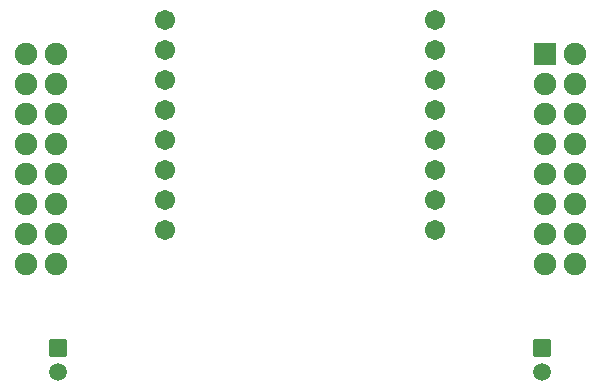
<source format=gbs>
G04 Layer: BottomSolderMaskLayer*
G04 EasyEDA v6.5.22, 2023-02-12 11:26:09*
G04 89482fe2ee7e448c8a158914ca70a71c,57889503967a4714bf52c07adae62c9a,10*
G04 Gerber Generator version 0.2*
G04 Scale: 100 percent, Rotated: No, Reflected: No *
G04 Dimensions in millimeters *
G04 leading zeros omitted , absolute positions ,4 integer and 5 decimal *
%FSLAX45Y45*%
%MOMM*%

%AMMACRO1*1,1,$1,$2,$3*1,1,$1,$4,$5*1,1,$1,0-$2,0-$3*1,1,$1,0-$4,0-$5*20,1,$1,$2,$3,$4,$5,0*20,1,$1,$4,$5,0-$2,0-$3,0*20,1,$1,0-$2,0-$3,0-$4,0-$5,0*20,1,$1,0-$4,0-$5,$2,$3,0*4,1,4,$2,$3,$4,$5,0-$2,0-$3,0-$4,0-$5,$2,$3,0*%
%ADD10MACRO1,0.1016X0.9X0.9X0.9X-0.9*%
%ADD11C,1.9016*%
%ADD12MACRO1,0.1016X0.7X0.7X0.7X-0.7*%
%ADD13C,1.5016*%
%ADD14C,1.7112*%

%LPD*%
D10*
G01*
X5472988Y7289383D03*
D11*
G01*
X5726988Y7289383D03*
G01*
X5472988Y7035383D03*
G01*
X5726988Y7035383D03*
G01*
X5472988Y6781383D03*
G01*
X5726988Y6781383D03*
G01*
X5472988Y6527383D03*
G01*
X5726988Y6527383D03*
G01*
X5472988Y6273383D03*
G01*
X5726988Y6273383D03*
G01*
X5472988Y6019383D03*
G01*
X5726988Y6019383D03*
G01*
X5472988Y5765383D03*
G01*
X5726988Y5765383D03*
G01*
X5472988Y5511383D03*
G01*
X5726988Y5511383D03*
D12*
G01*
X1351455Y4799990D03*
D13*
G01*
X1351455Y4599990D03*
D12*
G01*
X5445988Y4799990D03*
D13*
G01*
X5445988Y4599990D03*
D14*
G01*
X4536887Y5803900D03*
G01*
X2250887Y5803900D03*
G01*
X4536887Y7581900D03*
G01*
X4536887Y7327900D03*
G01*
X4536887Y7073900D03*
G01*
X4536887Y6819900D03*
G01*
X4536887Y6565900D03*
G01*
X4536887Y6311900D03*
G01*
X4536887Y6057900D03*
G01*
X2250887Y7581900D03*
G01*
X2250887Y7327900D03*
G01*
X2250887Y7073900D03*
G01*
X2250887Y6819900D03*
G01*
X2250887Y6565900D03*
G01*
X2250887Y6311900D03*
G01*
X2250887Y6057900D03*
D11*
G01*
X1326997Y5510987D03*
G01*
X1072997Y5510987D03*
G01*
X1326997Y5764987D03*
G01*
X1072997Y5764987D03*
G01*
X1326997Y6018987D03*
G01*
X1072997Y6018987D03*
G01*
X1326997Y6272987D03*
G01*
X1072997Y6272987D03*
G01*
X1326997Y6526987D03*
G01*
X1072997Y6526987D03*
G01*
X1326997Y6780987D03*
G01*
X1072997Y6780987D03*
G01*
X1326997Y7034987D03*
G01*
X1072997Y7034987D03*
G01*
X1326997Y7288987D03*
G01*
X1072997Y7288987D03*
M02*

</source>
